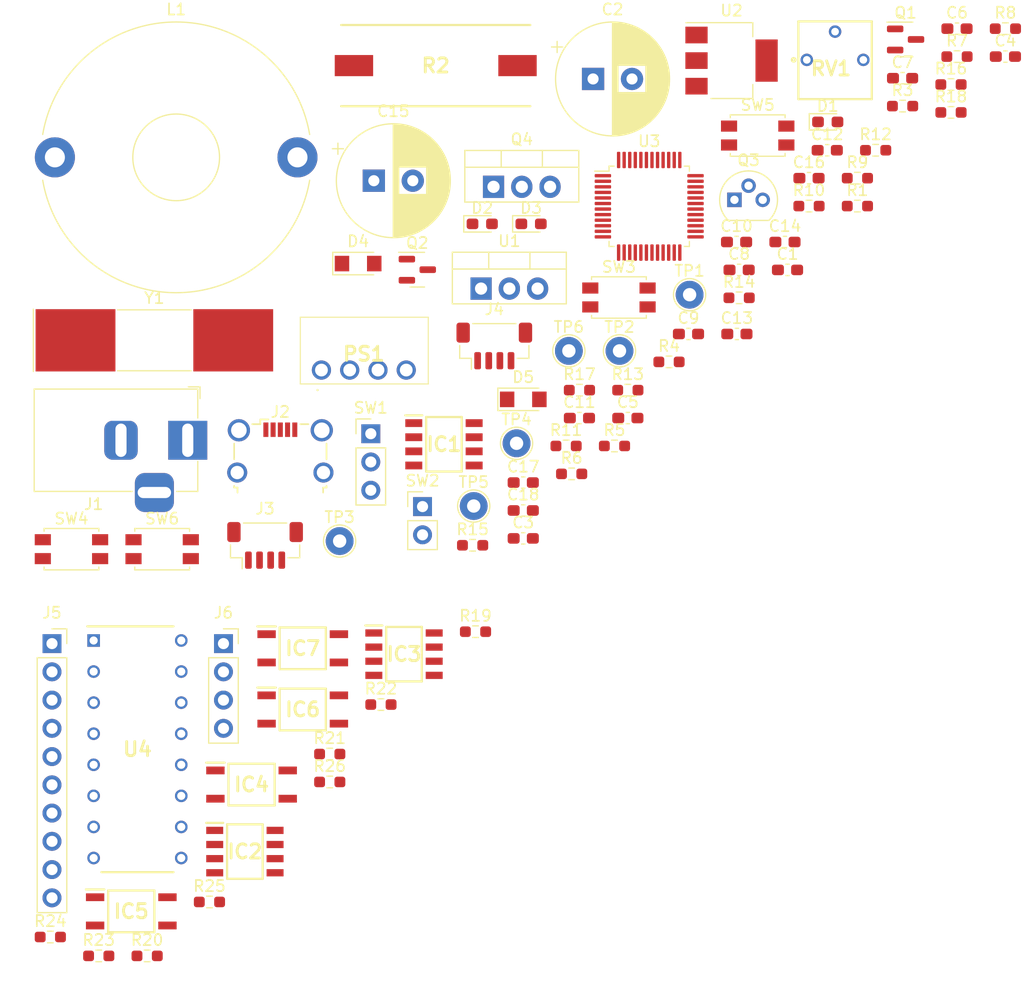
<source format=kicad_pcb>
(kicad_pcb (version 20211014) (generator pcbnew)
  (layers (0 "F.Cu" signal) (31 "B.Cu" signal) (34 "B.Paste" user) (35 "F.Paste" user) (36 "B.SilkS" user "B.Silkscreen") (37 "F.SilkS" user "F.Silkscreen") (38 "B.Mask" user) (39 "F.Mask" user) (44 "Edge.Cuts" user))
  (net 0 "")
  (net 1 "+5VD")
  (net 2 "GND")
  (net 3 "Net-(C2-Pad1)")
  (net 4 "GNDPWR")
  (net 5 "+5VA")
  (net 6 "+3V3")
  (net 7 "Net-(C6-Pad1)")
  (net 8 "Net-(C8-Pad1)")
  (net 9 "Net-(C10-Pad1)")
  (net 10 "Net-(C12-Pad1)")
  (net 11 "NRST")
  (net 12 "VCC")
  (net 13 "USER_SW1")
  (net 14 "USER_SW2")
  (net 15 "USER_SW3")
  (net 16 "Net-(D1-Pad1)")
  (net 17 "Net-(D2-Pad1)")
  (net 18 "Net-(D3-Pad1)")
  (net 19 "Net-(D4-Pad1)")
  (net 20 "Net-(D4-Pad2)")
  (net 21 "Net-(D5-Pad2)")
  (net 22 "Net-(IC1-Pad1)")
  (net 23 "Net-(IC1-Pad5)")
  (net 24 "Net-(IC1-Pad7)")
  (net 25 "Net-(IC1-Pad8)")
  (net 26 "A")
  (net 27 "B")
  (net 28 "Net-(IC2-Pad6)")
  (net 29 "Net-(IC2-Pad7)")
  (net 30 "C")
  (net 31 "D")
  (net 32 "Net-(IC3-Pad6)")
  (net 33 "Net-(IC3-Pad7)")
  (net 34 "Net-(IC4-Pad1)")
  (net 35 "Net-(IC4-Pad3)")
  (net 36 "Tube_1")
  (net 37 "Net-(IC5-Pad1)")
  (net 38 "Net-(IC5-Pad3)")
  (net 39 "Tube_2")
  (net 40 "Net-(IC6-Pad1)")
  (net 41 "Net-(IC6-Pad3)")
  (net 42 "Tube_3")
  (net 43 "Net-(IC7-Pad1)")
  (net 44 "Net-(IC7-Pad3)")
  (net 45 "Tube_4")
  (net 46 "+9V")
  (net 47 "D-")
  (net 48 "D+")
  (net 49 "UART_RX")
  (net 50 "UART_TX")
  (net 51 "SWCLK")
  (net 52 "SWDIO")
  (net 53 "Net-(J5-Pad1)")
  (net 54 "Net-(J5-Pad2)")
  (net 55 "Net-(J5-Pad3)")
  (net 56 "Net-(J5-Pad4)")
  (net 57 "Net-(J5-Pad5)")
  (net 58 "Net-(J5-Pad6)")
  (net 59 "Net-(J5-Pad7)")
  (net 60 "Net-(J5-Pad8)")
  (net 61 "Net-(J5-Pad9)")
  (net 62 "Net-(J5-Pad10)")
  (net 63 "ANODE_1")
  (net 64 "ANODE_2")
  (net 65 "ANODE_3")
  (net 66 "ANODE_4")
  (net 67 "Net-(Q1-Pad1)")
  (net 68 "Net-(Q2-Pad1)")
  (net 69 "LED_1")
  (net 70 "LED_3")
  (net 71 "LED_2")
  (net 72 "Net-(R8-Pad2)")
  (net 73 "Net-(R11-Pad1)")
  (net 74 "Net-(R12-Pad1)")
  (net 75 "Net-(R13-Pad1)")
  (footprint "Resistor_SMD:R_0603_1608Metric_Pad0.98x0.95mm_HandSolder" (layer "F.Cu") (at 114.6 67.98)
    (fp_text reference "R12" (at 0 -1.43) (layer "F.SilkS"))
    (fp_text value "22")
    (pad "1" smd roundrect (at -0.9125 0) (size 0.975 0.95) (layers "F.Cu" "F.Paste" "F.Mask") (net 74 "Net-(R12-Pad1)"))
    (pad "2" smd roundrect (at 0.9125 0) (size 0.975 0.95) (layers "F.Cu" "F.Paste" "F.Mask") (net 47 "D-"))
  )
  (footprint "Connector_JST:JST_SH_BM04B-SRSS-TB_1x04-1MP_P1.00mm_Vertical" (layer "F.Cu") (at 59.73 103.51)
    (fp_text reference "J3" (at 0 -3.3) (layer "F.SilkS"))
    (fp_text value "UART")
    (pad "1" smd roundrect (at -1.5 1.325) (size 0.6 1.55) (layers "F.Cu" "F.Paste" "F.Mask") (net 49 "UART_RX"))
    (pad "2" smd roundrect (at -0.5 1.325) (size 0.6 1.55) (layers "F.Cu" "F.Paste" "F.Mask") (net 50 "UART_TX"))
    (pad "3" smd roundrect (at 0.5 1.325) (size 0.6 1.55) (layers "F.Cu" "F.Paste" "F.Mask") (net 2 "GND"))
    (pad "4" smd roundrect (at 1.5 1.325) (size 0.6 1.55) (layers "F.Cu" "F.Paste" "F.Mask") (net 6 "+3V3"))
    (pad "MP" smd roundrect (at -2.8 -1.2) (size 1.2 1.8) (layers "F.Cu" "F.Paste" "F.Mask") (roundrect_rratio 0.208333))
    (pad "MP" smd roundrect (at 2.8 -1.2) (size 1.2 1.8) (layers "F.Cu" "F.Paste" "F.Mask") (roundrect_rratio 0.208333))
  )
  (footprint "Capacitor_SMD:C_0603_1608Metric_Pad1.08x0.95mm_HandSolder" (layer "F.Cu") (at 102.33 78.74)
    (fp_text reference "C8" (at 0 -1.43) (layer "F.SilkS"))
    (fp_text value "10p")
    (pad "1" smd roundrect (at -0.8625 0) (size 1.075 0.95) (layers "F.Cu" "F.Paste" "F.Mask") (net 8 "Net-(C8-Pad1)"))
    (pad "2" smd roundrect (at 0.8625 0) (size 1.075 0.95) (layers "F.Cu" "F.Paste" "F.Mask") (net 2 "GND"))
  )
  (footprint "Button_Switch_SMD:SW_SPST_EVQP2" (layer "F.Cu") (at 50.48 103.85)
    (fp_text reference "SW6" (at 0 -2.75) (layer "F.SilkS"))
    (fp_text value "USER_SW3")
    (pad "1" smd rect (at -2.575 -0.85) (size 1.45 1) (layers "F.Cu" "F.Paste" "F.Mask") (net 15 "USER_SW3"))
    (pad "1" smd rect (at 2.575 -0.85) (size 1.45 1) (layers "F.Cu" "F.Paste" "F.Mask") (net 15 "USER_SW3"))
    (pad "2" smd rect (at -2.575 0.85) (size 1.45 1) (layers "F.Cu" "F.Paste" "F.Mask") (net 2 "GND"))
    (pad "2" smd rect (at 2.575 0.85) (size 1.45 1) (layers "F.Cu" "F.Paste" "F.Mask") (net 2 "GND"))
  )
  (footprint "Resistor_SMD:R_0603_1608Metric_Pad0.98x0.95mm_HandSolder" (layer "F.Cu") (at 78.64 111.27)
    (fp_text reference "R19" (at 0 -1.43) (layer "F.SilkS"))
    (fp_text value "1k")
    (pad "1" smd roundrect (at -0.9125 0) (size 0.975 0.95) (layers "F.Cu" "F.Paste" "F.Mask") (net 6 "+3V3"))
    (pad "2" smd roundrect (at 0.9125 0) (size 0.975 0.95) (layers "F.Cu" "F.Paste" "F.Mask") (net 35 "Net-(IC4-Pad3)"))
  )
  (footprint "Resistor_SMD:R_0603_1608Metric_Pad0.98x0.95mm_HandSolder" (layer "F.Cu") (at 126.26 57.05)
    (fp_text reference "R8" (at 0 -1.43) (layer "F.SilkS"))
    (fp_text value "10k")
    (pad "1" smd roundrect (at -0.9125 0) (size 0.975 0.95) (layers "F.Cu" "F.Paste" "F.Mask") (net 2 "GND"))
    (pad "2" smd roundrect (at 0.9125 0) (size 0.975 0.95) (layers "F.Cu" "F.Paste" "F.Mask") (net 72 "Net-(R8-Pad2)"))
  )
  (footprint "Resistor_SMD:R_0603_1608Metric_Pad0.98x0.95mm_HandSolder" (layer "F.Cu") (at 92.33 89.55)
    (fp_text reference "R13" (at 0 -1.43) (layer "F.SilkS"))
    (fp_text value "22")
    (pad "1" smd roundrect (at -0.9125 0) (size 0.975 0.95) (layers "F.Cu" "F.Paste" "F.Mask") (net 75 "Net-(R13-Pad1)"))
    (pad "2" smd roundrect (at 0.9125 0) (size 0.975 0.95) (layers "F.Cu" "F.Paste" "F.Mask") (net 48 "D+"))
  )
  (footprint "Resistor_SMD:R_0603_1608Metric_Pad0.98x0.95mm_HandSolder" (layer "F.Cu") (at 86.78 94.57)
    (fp_text reference "R11" (at 0 -1.43) (layer "F.SilkS"))
    (fp_text value "1.5k")
    (pad "1" smd roundrect (at -0.9125 0) (size 0.975 0.95) (layers "F.Cu" "F.Paste" "F.Mask") (net 73 "Net-(R11-Pad1)"))
    (pad "2" smd roundrect (at 0.9125 0) (size 0.975 0.95) (layers "F.Cu" "F.Paste" "F.Mask") (net 48 "D+"))
  )
  (footprint "Capacitor_SMD:C_0603_1608Metric_Pad1.08x0.95mm_HandSolder" (layer "F.Cu") (at 82.93 102.88)
    (fp_text reference "C3" (at 0 -1.43) (layer "F.SilkS"))
    (fp_text value "10u")
    (pad "1" smd roundrect (at -0.8625 0) (size 1.075 0.95) (layers "F.Cu" "F.Paste" "F.Mask") (net 5 "+5VA"))
    (pad "2" smd roundrect (at 0.8625 0) (size 1.075 0.95) (layers "F.Cu" "F.Paste" "F.Mask") (net 4 "GNDPWR"))
  )
  (footprint "Capacitor_SMD:C_0603_1608Metric_Pad1.08x0.95mm_HandSolder" (layer "F.Cu") (at 126.26 59.56)
    (fp_text reference "C4" (at 0 -1.43) (layer "F.SilkS"))
    (fp_text value "22u")
    (pad "1" smd roundrect (at -0.8625 0) (size 1.075 0.95) (layers "F.Cu" "F.Paste" "F.Mask") (net 6 "+3V3"))
    (pad "2" smd roundrect (at 0.8625 0) (size 1.075 0.95) (layers "F.Cu" "F.Paste" "F.Mask") (net 2 "GND"))
  )
  (footprint "Resistor_SMD:R_0603_1608Metric_Pad0.98x0.95mm_HandSolder" (layer "F.Cu") (at 112.96 70.49)
    (fp_text reference "R9" (at 0 -1.43) (layer "F.SilkS"))
    (fp_text value "1k")
    (pad "1" smd roundrect (at -0.9125 0) (size 0.975 0.95) (layers "F.Cu" "F.Paste" "F.Mask") (net 24 "Net-(IC1-Pad7)"))
    (pad "2" smd roundrect (at 0.9125 0) (size 0.975 0.95) (layers "F.Cu" "F.Paste" "F.Mask") (net 22 "Net-(IC1-Pad1)"))
  )
  (footprint "Button_Switch_SMD:SW_SPST_EVQP2" (layer "F.Cu") (at 104 66.66)
    (fp_text reference "SW5" (at 0 -2.75) (layer "F.SilkS"))
    (fp_text value "USER_SW2")
    (pad "1" smd rect (at -2.575 -0.85) (size 1.45 1) (layers "F.Cu" "F.Paste" "F.Mask") (net 14 "USER_SW2"))
    (pad "1" smd rect (at 2.575 -0.85) (size 1.45 1) (layers "F.Cu" "F.Paste" "F.Mask") (net 14 "USER_SW2"))
    (pad "2" smd rect (at 2.575 0.85) (size 1.45 1) (layers "F.Cu" "F.Paste" "F.Mask") (net 2 "GND"))
    (pad "2" smd rect (at -2.575 0.85) (size 1.45 1) (layers "F.Cu" "F.Paste" "F.Mask") (net 2 "GND"))
  )
  (footprint "Package_QFP:LQFP-48_7x7mm_P0.5mm" (layer "F.Cu") (at 94.25 73.02)
    (fp_text reference "U3" (at 0 -5.85) (layer "F.SilkS"))
    (fp_text value "STM32F103CBTx")
    (pad "1" smd roundrect (at -4.1625 -2.75) (size 1.475 0.3) (layers "F.Cu" "F.Paste" "F.Mask") (net 6 "+3V3"))
    (pad "2" smd roundrect (at -4.1625 -2.25) (size 1.475 0.3) (layers "F.Cu" "F.Paste" "F.Mask") (net 13 "USER_SW1"))
    (pad "3" smd roundrect (at -4.1625 -1.75) (size 1.475 0.3) (layers "F.Cu" "F.Paste" "F.Mask") (net 14 "USER_SW2"))
    (pad "4" smd roundrect (at -4.1625 -1.25) (size 1.475 0.3) (layers "F.Cu" "F.Paste" "F.Mask") (net 15 "USER_SW3"))
    (pad "5" smd roundrect (at -4.1625 -0.75) (size 1.475 0.3) (layers "F.Cu" "F.Paste" "F.Mask") (net 8 "Net-(C8-Pad1)"))
    (pad "6" smd roundrect (at -4.1625 -0.25) (size 1.475 0.3) (layers "F.Cu" "F.Paste" "F.Mask") (net 9 "Net-(C10-Pad1)"))
    (pad "7" smd roundrect (at -4.1625 0.25) (size 1.475 0.3) (layers "F.Cu" "F.Paste" "F.Mask") (net 11 "NRST"))
    (pad "8" smd roundrect (at -4.1625 0.75) (size 1.475 0.3) (layers "F.Cu" "F.Paste" "F.Mask") (net 2 "GND"))
    (pad "9" smd roundrect (at -4.1625 1.25) (size 1.475 0.3) (layers "F.Cu" "F.Paste" "F.Mask") (net 6 "+3V3"))
    (pad "10" smd roundrect (at -4.1625 1.75) (size 1.475 0.3) (layers "F.Cu" "F.Paste" "F.Mask"))
    (pad "11" smd roundrect (at -4.1625 2.25) (size 1.475 0.3) (layers "F.Cu" "F.Paste" "F.Mask"))
    (pad "12" smd roundrect (at -4.1625 2.75) (size 1.475 0.3) (layers "F.Cu" "F.Paste" "F.Mask"))
    (pad "13" smd roundrect (at -2.75 4.1625) (size 0.3 1.475) (layers "F.Cu" "F.Paste" "F.Mask"))
    (pad "14" smd roundrect (at -2.25 4.1625) (size 0.3 1.475) (layers "F.Cu" "F.Paste" "F.Mask"))
    (pad "15" smd roundrect (at -1.75 4.1625) (size 0.3 1.475) (layers "F.Cu" "F.Paste" "F.Mask"))
    (pad "16" smd roundrect (at -1.25 4.1625) (size 0.3 1.475) (layers "F.Cu" "F.Paste" "F.Mask"))
    (pad "17" smd roundrect (at -0.75 4.1625) (size 0.3 1.475) (layers "F.Cu" "F.Paste" "F.Mask") (net 50 "UART_TX"))
    (pad "18" smd roundrect (at -0.25 4.1625) (size 0.3 1.475) (layers "F.Cu" "F.Paste" "F.Mask") (net 69 "LED_1"))
    (pad "19" smd roundrect (at 0.25 4.1625) (size 0.3 1.475) (layers "F.Cu" "F.Paste" "F.Mask") (net 71 "LED_2"))
    (pad "20" smd roundrect (at 0.75 4.1625) (size 0.3 1.475) (layers "F.Cu" "F.Paste" "F.Mask") (net 70 "LED_3"))
    (pad "21" smd roundrect (at 1.25 4.1625) (size 0.3 1.475) (layers "F.Cu" "F.Paste" "F.Mask") (net 31 "D"))
    (pad "22" smd roundrect (at 1.75 4.1625) (size 0.3 1.475) (layers "F.Cu" "F.Paste" "F.Mask"))
    (pad "23" smd roundrect (at 2.25 4.1625) (size 0.3 1.475) (layers "F.Cu" "F.Paste" "F.Mask") (net 2 "GND"))
    (pad "24" smd roundrect (at 2.75 4.1625) (size 0.3 1.475) (layers "F.Cu" "F.Paste" "F.Mask") (net 6 "+3V3"))
    (pad "25" smd roundrect (at 4.1625 2.75) (size 1.475 0.3) (layers "F.Cu" "F.Paste" "F.Mask"))
    (pad "26" smd roundrect (at 4.1625 2.25) (size 1.475 0.3) (layers "F.Cu" "F.Paste" "F.Mask"))
    (pad "27" smd roundrect (at 4.1625 1.75) (size 1.475 0.3) (layers "F.Cu" "F.Paste" "F.Mask"))
    (pad "28" smd roundrect (at 4.1625 1.25) (size 1.475 0.3) (layers "F.Cu" "F.Paste" "F.Mask"))
    (pad "29" smd roundrect (at 4.1625 0.75) (size 1.475 0.3) (layers "F.Cu" "F.Paste" "F.Mask") (net 49 "UART_RX"))
    (pad "30" smd roundrect (at 4.1625 0.25) (size 1.475 0.3) (layers "F.Cu" "F.Paste" "F.Mask"))
    (pad "31" smd roundrect (at 4.1625 -0.25) (size 1.475 0.3) (layers "F.Cu" "F.Paste" "F.Mask"))
    (pad "32" smd roundrect (at 4.1625 -0.75) (size 1.475 0.3) (layers "F.Cu" "F.Paste" "F.Mask") (net 74 "Net-(R12-Pad1)"))
    (pad "33" smd roundrect (at 4.1625 -1.25) (size 1.475 0.3) (layers "F.Cu" "F.Paste" "F.Mask") (net 75 "Net-(R13-Pad1)"))
    (pad "34" smd roundrect (at 4.1625 -1.75) (size 1.475 0.3) (layers "F.Cu" "F.Paste" "F.Mask") (net 52 "SWDIO"))
    (pad "35" smd roundrect (at 4.1625 -2.25) (size 1.475 0.3) (layers "F.Cu" "F.Paste" "F.Mask") (net 2 "GND"))
    (pad "36" smd roundrect (at 4.1625 -2.75) (size 1.475 0.3) (layers "F.Cu" "F.Paste" "F.Mask") (net 6 "+3V3"))
    (pad "37" smd roundrect (at 2.75 -4.1625) (size 0.3 1.475) (layers "F.Cu" "F.Paste" "F.Mask") (net 51 "SWCLK"))
    (pad "38" smd roundrect (at 2.25 -4.1625) (size 0.3 1.475) (layers "F.Cu" "F.Paste" "F.Mask") (net 73 "Net-(R11-Pad1)"))
    (pad "39" smd roundrect (at 1.75 -4.1625) (size 0.3 1.475) (layers "F.Cu" "F.Paste" "F.Mask") (net 36 "Tube_1"))
    (pad "40" smd roundrect (at 1.25 -4.1625) (size 0.3 1.475) (layers "F.Cu" "F.Paste" "F.Mask") (net 39 "Tube_2"))
    (pad "41" smd roundrect (at 0.75 -4.1625) (size 0.3 1.475) (layers "F.Cu" "F.Paste" "F.Mask") (net 42 "Tube_3"))
    (pad "42" smd roundrect (at 0.25 -4.1625) (size 0.3 1.475) (layers "F.Cu" "F.Paste" "F.Mask") (net 45 "Tube_4"))
    (pad "43" smd roundrect (at -0.25 -4.1625) (size 0.3 1.475) (layers "F.Cu" "F.Paste" "F.Mask") (net 26 "A"))
    (pad "44" smd roundrect (at -0.75 -4.1625) (size 0.3 1.475) (layers "F.Cu" "F.Paste" "F.Mask") (net 72 "Net-(R8-Pad2)"))
    (pad "45" smd roundrect (at -1.25 -4.1625) (size 0.3 1.475) (layers "F.Cu" "F.Paste" "F.Mask") (net 27 "B"))
    (pad "46" smd roundrect (at -1.75 -4.1625) (size 0.3 1.475) (layers "F.Cu" "F.Paste" "F.Mask") (net 30 "C"))
    (pad "47" smd roundrect (at -2.25 -4.1625) (size 0.3 1.475) (layers "F.Cu" "F.Paste" "F.Mask") (net 2 "GND"))
    (pad "48" smd roundrect (at -2.75 -4.1625) (size 0.3 1.475) (layers "F.Cu" "F.Paste" "F.Mask") (net 6 "+3V3"))
  )
  (footprint "Capacitor_SMD:C_0603_1608Metric_Pad1.08x0.95mm_HandSolder" (layer "F.Cu") (at 87.98 92.06)
    (fp_text reference "C11" (at 0 -1.43) (layer "F.SilkS"))
    (fp_text value "0.1u")
    (pad "1" smd roundrect (at -0.8625 0) (size 1.075 0.95) (layers "F.Cu" "F.Paste" "F.Mask") (net 6 "+3V3"))
    (pad "2" smd roundrect (at 0.8625 0) (size 1.075 0.95) (layers "F.Cu" "F.Paste" "F.Mask") (net 2 "GND"))
  )
  (footprint "Resistor_SMD:R_0603_1608Metric_Pad0.98x0.95mm_HandSolder" (layer "F.Cu") (at 108.61 73)
    (fp_text reference "R10" (at 0 -1.43) (layer "F.SilkS"))
    (fp_text value "1k")
    (pad "1" smd roundrect (at -0.9125 0) (size 0.975 0.95) (layers "F.Cu" "F.Paste" "F.Mask") (net 20 "Net-(D4-Pad2)"))
    (pad "2" smd roundrect (at 0.9125 0) (size 0.975 0.95) (layers "F.Cu" "F.Paste" "F.Mask") (net 4 "GNDPWR"))
  )
  (footprint "ADUM3221ARZ:SOIC127P600X175-8N" (layer "F.Cu") (at 72.215 113.29)
    (fp_text reference "IC3" (at 0 0) (layer "F.SilkS") (effects (font (size 1.27 1.27) (thickness 0.254))))
    (fp_text value "ADUM3221ARZ" hide)
    (pad "1" smd rect locked (at -2.712 -1.905 90) (size 0.65 1.525) (layers "F.Cu" "F.Paste" "F.Mask") (net 6 "+3V3"))
    (pad "2" smd rect locked (at -2.712 -0.635 90) (size 0.65 1.525) (layers "F.Cu" "F.Paste" "F.Mask") (net 30 "C"))
    (pad "3" smd rect locked (at -2.712 0.635 90) (size 0.65 1.525) (layers "F.Cu" "F.Paste" "F.Mask") (net 31 "D"))
    (pad "4" smd rect locked (at -2.712 1.905 90) (size 0.65 1.525) (layers "F.Cu" "F.Paste" "F.Mask") (net 2 "GND"))
    (pad "5" smd rect locked (at 2.712 1.905 90) (size 0.65 1.525) (layers "F.Cu" "F.Paste" "F.Mask") (net 4 "GNDPWR"))
    (pad "6" smd rect locked (at 2.712 0.635 90) (size 0.65 1.525) (layers "F.Cu" "F.Paste" "F.Mask") (net 32 "Net-(IC3-Pad6)"))
    (pad "7" smd rect locked (at 2.712 -0.635 90) (size 0.65 1.525) (layers "F.Cu" "F.Paste" "F.Mask") (net 33 "Net-(IC3-Pad7)"))
    (pad "8" smd rect locked (at 2.712 -1.905 90) (size 0.65 1.525) (layers "F.Cu" "F.Paste" "F.Mask") (net 5 "+5VA"))
  )
  (footprint "Resistor_SMD:R_0603_1608Metric_Pad0.98x0.95mm_HandSolder" (layer "F.Cu") (at 40.43 138.72)
    (fp_text reference "R24" (at 0 -1.43) (layer "F.SilkS"))
    (fp_text value "10k")
    (pad "1" smd roundrect (at -0.9125 0) (size 0.975 0.95) (layers "F.Cu" "F.Paste" "F.Mask") (net 37 "Net-(IC5-Pad1)"))
    (pad "2" smd roundrect (at 0.9125 0) (size 0.975 0.95) (layers "F.Cu" "F.Paste" "F.Mask") (net 64 "ANODE_2"))
  )
  (footprint "Capacitor_SMD:C_0603_1608Metric_Pad1.08x0.95mm_HandSolder" (layer "F.Cu") (at 121.91 57.05)
    (fp_text reference "C6" (at 0 -1.43) (layer "F.SilkS"))
    (fp_text value "10u")
    (pad "1" smd roundrect (at -0.8625 0) (size 1.075 0.95) (layers "F.Cu" "F.Paste" "F.Mask") (net 7 "Net-(C6-Pad1)"))
    (pad "2" smd roundrect (at 0.8625 0) (size 1.075 0.95) (layers "F.Cu" "F.Paste" "F.Mask") (net 4 "GNDPWR"))
  )
  (footprint "Resistor_SMD:R_0603_1608Metric_Pad0.98x0.95mm_HandSolder" (layer "F.Cu") (at 78.38 103.5)
    (fp_text reference "R15" (at 0 -1.43) (layer "F.SilkS"))
    (fp_text value "1M")
    (pad "1" smd roundrect (at -0.9125 0) (size 0.975 0.95) (layers "F.Cu" "F.Paste" "F.Mask") (net 12 "VCC"))
    (pad "2" smd roundrect (at 0.9125 0) (size 0.975 0.95) (layers "F.Cu" "F.Paste" "F.Mask") (net 23 "Net-(IC1-Pad5)"))
  )
  (footprint "Connector_PinSocket_2.54mm:PinSocket_1x10_P2.54mm_Vertical" (layer "F.Cu") (at 40.58 112.34)
    (fp_text reference "J5" (at 0 -2.77) (layer "F.SilkS"))
    (fp_text value "Conn_01x10")
    (pad "1" thru_hole rect (at 0 0) (size 1.7 1.7) (drill 1) (layers *.Cu *.Mask) (net 53 "Net-(J5-Pad1)"))
    (pad "2" thru_hole oval (at 0 2.54) (size 1.7 1.7) (drill 1) (layers *.Cu *.Mask) (net 54 "Net-(J5-Pad2)"))
    (pad "3" thru_hole oval (at 0 5.08) (size 1.7 1.7) (drill 1) (layers *.Cu *.Mask) (net 55 "Net-(J5-Pad3)"))
    (pad "4" thru_hole oval (at 0 7.62) (size 1.7 1.7) (drill 1) (layers *.Cu *.Mask) (net 56 "Net-(J5-Pad4)"))
    (pad "5" thru_hole oval (at 0 10.16) (size 1.7 1.7) (drill 1) (layers *.Cu *.Mask) (net 57 "Net-(J5-Pad5)"))
    (pad "6" thru_hole oval (at 0 12.7) (size 1.7 1.7) (drill 1) (layers *.Cu *.Mask) (net 58 "Net-(J5-Pad6)"))
    (pad "7" thru_hole oval (at 0 15.24) (size 1.7 1.7) (drill 1) (layers *.Cu *.Mask) (net 59 "Net-(J5-Pad7)"))
    (pad "8" thru_hole oval (at 0 17.78) (size 1.7 1.7) (drill 1) (layers *.Cu *.Mask) (net 60 "Net-(J5-Pad8)"))
    (pad "9" thru_hole oval (at 0 20.32) (size 1.7 1.7) (drill 1) (layers *.Cu *.Mask) (net 61 "Net-(J5-Pad9)"))
    (pad "10" thru_hole oval (at 0 22.86) (size 1.7 1.7) (drill 1) (layers *.Cu *.Mask) (net 62 "Net-(J5-Pad10)"))
  )
  (footprint "TLP188:SOP254P700X220-4N" (layer "F.Cu") (at 58.515 125.015)
    (fp_text reference "IC4" (at 0 0) (layer "F.SilkS") (effects (font (size 1.27 1.27) (thickness 0.254))))
    (fp_text value "TLP188_TPL,E" hide)
    (pad "1" smd rect locked (at -3.25 -1.27 90) (size 0.7 1.65) (layers "F.Cu" "F.Paste" "F.Mask") (net 34 "Net-(IC4-Pad1)"))
    (pad "2" smd rect locked (at -3.25 1.27 90) (size 0.7 1.65) (layers "F.Cu" "F.Paste" "F.Mask") (net 12 "VCC"))
    (pad "3" smd rect locked (at 3.25 1.27 90) (size 0.7 1.65) (layers "F.Cu" "F.Paste" "F.Mask") (net 35 "Net-(IC4-Pad3)"))
    (pad "4" smd rect locked (at 3.25 -1.27 90) (size 0.7 1.65) (layers "F.Cu" "F.Paste" "F.Mask") (net 36 "Tube_1"))
  )
  (footprint "Resistor_SMD:R_0603_1608Metric_Pad0.98x0.95mm_HandSolder" (layer "F.Cu") (at 112.96 73)
    (fp_text reference "R1" (at 0 -1.43) (layer "F.SilkS"))
    (fp_text value "10k")
    (pad "1" smd roundrect (at -0.9125 0) (size 0.975 0.95) (layers "F.Cu" "F.Paste" "F.Mask") (net 67 "Net-(Q1-Pad1)"))
    (pad "2" smd roundrect (at 0.9125 0) (size 0.975 0.95) (layers "F.Cu" "F.Paste" "F.Mask") (net 46 "+9V"))
  )
  (footprint "Capacitor_SMD:C_0603_1608Metric_Pad1.08x0.95mm_HandSolder" (layer "F.Cu") (at 106.68 78.74)
    (fp_text reference "C1" (at 0 -1.43) (layer "F.SilkS"))
    (fp_text value "10u")
    (pad "1" smd roundrect (at -0.8625 0) (size 1.075 0.95) (layers "F.Cu" "F.Paste" "F.Mask") (net 1 "+5VD"))
    (pad "2" smd roundrect (at 0.8625 0) (size 1.075 0.95) (layers "F.Cu" "F.Paste" "F.Mask") (net 2 "GND"))
  )
  (footprint "Package_TO_SOT_SMD:SOT-23" (layer "F.Cu") (at 117.29 58.02)
    (fp_text reference "Q1" (at 0 -2.4) (layer "F.SilkS"))
    (fp_text value "IRLML6402")
    (pad "1" smd roundrect (at -0.9375 -0.95) (size 1.475 0.6) (layers "F.Cu" "F.Paste" "F.Mask") (net 67 "Net-(Q1-Pad1)"))
    (pad "2" smd roundrect (at -0.9375 0.95) (size 1.475 0.6) (layers "F.Cu" "F.Paste" "F.Mask") (net 46 "+9V"))
    (pad "3" smd roundrect (at 0.9375 0) (size 1.475 0.6) (layers "F.Cu" "F.Paste" "F.Mask") (net 3 "Net-(C2-Pad1)"))
  )
  (footprint "Capacitor_SMD:C_0603_1608Metric_Pad1.08x0.95mm_HandSolder" (layer "F.Cu") (at 82.93 97.86)
    (fp_text reference "C17" (at 0 -1.43) (layer "F.SilkS"))
    (fp_text value "0.1u")
    (pad "1" smd roundrect (at -0.8625 0) (size 1.075 0.95) (layers "F.Cu" "F.Paste" "F.Mask") (net 14 "USER_SW2"))
    (pad "2" smd roundrect (at 0.8625 0) (size 1.075 0.95) (layers "F.Cu" "F.Paste" "F.Mask") (net 2 "GND"))
  )
  (footprint "Capacitor_SMD:C_0603_1608Metric_Pad1.08x0.95mm_HandSolder" (layer "F.Cu") (at 110.25 67.98)
    (fp_text reference "C12" (at 0 -1.43) (layer "F.SilkS"))
    (fp_text value "330p")
    (pad "1" smd roundrect (at -0.8625 0) (size 1.075 0.95) (layers "F.Cu" "F.Paste" "F.Mask") (net 10 "Net-(C12-Pad1)"))
    (pad "2" smd roundrect (at 0.8625 0) (size 1.075 0.95) (layers "F.Cu" "F.Paste" "F.Mask") (net 4 "GNDPWR"))
  )
  (footprint "LED_SMD:LED_0603_1608Metric_Pad1.05x0.95mm_HandSolder" (layer "F.Cu") (at 79.245 74.6)
    (fp_text reference "D2" (at 0 -1.43) (layer "F.SilkS"))
    (fp_text value "LED")
    (pad "1" smd roundrect (at -0.875 0) (size 1.05 0.95) (layers "F.Cu" "F.Paste" "F.Mask") (net 17 "Net-(D2-Pad1)"))
    (pad "2" smd roundrect (at 0.875 0) (size 1.05 0.95) (layers "F.Cu" "F.Paste" "F.Mask") (net 6 "+3V3"))
  )
  (footprint "Package_TO_SOT_SMD:SOT-23" (layer "F.Cu") (at 73.41 78.72)
    (fp_text reference "Q2" (at 0 -2.4) (layer "F.SilkS"))
    (fp_text value "IRLML6402")
    (pad "1" smd roundrect (at -0.9375 -0.95) (size 1.475 0.6) (layers "F.Cu" "F.Paste" "F.Mask") (net 68 "Net-(Q2-Pad1)"))
    (pad "2" smd roundrect (at -0.9375 0.95) (size 1.475 0.6) (layers "F.Cu" "F.Paste" "F.Mask") (net 7 "Net-(C6-Pad1)"))
    (pad "3" smd roundrect (at 0.9375 0) (size 1.475 0.6) (layers "F.Cu" "F.Paste" "F.Mask") (net 1 "+5VD"))
  )
  (footprint "Package_TO_SOT_THT:TO-220-3_Vertical" (layer "F.Cu") (at 80.26 71.27)
    (fp_text reference "Q4" (at 2.54 -4.27) (layer "F.SilkS"))
    (fp_text value "IRF740")
    (pad "1" thru_hole rect (at 0 0) (size 1.905 2) (drill 1.1) (layers *.Cu *.Mask) (net 19 "Net-(D4-Pad1)"))
    (pad "2" thru_hole oval (at 2.54 0) (size 1.905 2) (drill 1.1) (layers *.Cu *.Mask) (net 21 "Net-(D5-Pad2)"))
    (pad "3" thru_hole oval (at 5.08 0) (size 1.905 2) (drill 1.1) (layers *.Cu *.Mask) (net 4 "GNDPWR"))
  )
  (footprint "Resistor_SMD:R_0603_1608Metric_Pad0.98x0.95mm_HandSolder" (layer "F.Cu") (at 91.13 94.57)
    (fp_text reference "R5" (at 0 -1.43) (layer "F.SilkS"))
    (fp_text value "470")
    (pad "1" smd roundrect (at -0.9125 0) (size 0.975 0.95) (layers "F.Cu" "F.Paste" "F.Mask") (net 17 "Net-(D2-Pad1)"))
    (pad "2" smd roundrect (at 0.9125 0) (size 0.975 0.95) (layers "F.Cu" "F.Paste" "F.Mask") (net 70 "LED_3"))
  )
  (footprint "Capacitor_THT:CP_Radial_D10.0mm_P3.50mm" (layer "F.Cu") (at 89.204646 61.57)
    (fp_text reference "C2" (at 1.75 -6.25) (layer "F.SilkS"))
    (fp_text value "330u")
    (pad "1" thru_hole rect (at 0 0) (size 2 2) (drill 1) (layers *.Cu *.Mask) (net 3 "Net-(C2-Pad1)"))
    (pad "2" thru_hole circle (at 3.5 0) (size 2 2) (drill 1) (layers *.Cu *.Mask) (net 4 "GNDPWR"))
  )
  (footprint "TestPoint:TestPoint_THTPad_D2.5mm_Drill1.2mm" (layer "F.Cu") (at 78.48 99.97)
    (fp_text reference "TP5" (at 0 -2.148) (layer "F.SilkS"))
    (fp_text value "5VD")
    (pad "1" thru_hole circle (at 0 0) (size 2.5 2.5) (drill 1.2) (layers *.Cu *.Mask) (net 7 "Net-(C6-Pad1)"))
  )
  (footprint "TestPoint:TestPoint_THTPad_D2.5mm_Drill1.2mm" (layer "F.Cu") (at 66.43 103.12)
    (fp_text reference "TP3" (at 0 -2.148) (layer "F.SilkS"))
    (fp_text value "5VPWR")
    (pad "1" thru_hole circle (at 0 0) (size 2.5 2.5) (drill 1.2) (layers *.Cu *.Mask) (net 5 "+5VA"))
  )
  (footprint "Capacitor_SMD:C_0603_1608Metric_Pad1.08x0.95mm_HandSolder" (layer "F.Cu") (at 106.45 76.23)
    (fp_text reference "C14" (at 0 -1.43) (layer "F.SilkS"))
    (fp_text value "0.1u")
    (pad "1" smd roundrect (at -0.8625 0) (size 1.075 0.95) (layers "F.Cu" "F.Paste" "F.Mask") (net 11 "NRST"))
    (pad "2" smd roundrect (at 0.8625 0) (size 1.075 0.95) (layers "F.Cu" "F.Paste" "F.Mask") (net 2 "GND"))
  )
  (footprint "TLP188:SOP254P700X220-4N" (layer "F.Cu") (at 63.115 112.765)
    (fp_text reference "IC7" (at 0 0) (layer "F.SilkS") (effects (font (size 1.27 1.27) (thickness 0.254))))
    (fp_text value "TLP188_TPL,E" hide)
    (pad "1" smd rect locked (at -3.25 -1.27 90) (size 0.7 1.65) (layers "F.Cu" "F.Paste" "F.Mask") (net 43 "Net-(IC7-Pad1)"))
    (pad "2" smd rect locked (at -3.25 1.27 90) (size 0.7 1.65) (layers "F.Cu" "F.Paste" "F.Mask") (net 12 "VCC"))
    (pad "3" smd rect locked (at 3.25 1.27 90) (size 0.7 1.65) (layers "F.Cu" "F.Paste" "F.Mask") (net 44 "Net-(IC7-Pad3)"))
    (pad "4" smd rect locked (at 3.25 -1.27 90) (size 0.7 1.65) (layers "F.Cu" "F.Paste" "F.Mask") (net 45 "Tube_4"))
  )
  (footprint "TestPoint:TestPoint_THTPad_D2.5mm_Drill1.2mm" (layer "F.Cu") (at 97.88 80.97)
    (fp_text reference "TP1" (at 0 -2.148) (layer "F.SilkS"))
    (fp_text value "GNDPWR")
    (pad "1" thru_hole circle (at 0 0) (size 2.5 2.5) (drill 1.2) (layers *.Cu *.Mask) (net 4 "GNDPWR"))
  )
  (footprint "Resistor_SMD:R_0603_1608Metric_Pad0.98x0.95mm_HandSolder" (layer "F.Cu") (at 121.37 64.58)
    (fp_text reference "R18" (at 0 -1.43) (layer "F.SilkS"))
    (fp_text value "10k")
    (pad "1" smd roundrect (at -0.9125 0) (size 0.975 0.95) (layers "F.Cu" "F.Paste" "F.Mask") (net 1 "+5VD"))
    (pad "2" smd roundrect (at 0.9125 0) (size 0.975 0.95) (layers "F.Cu" "F.Paste" "F.Mask") (net 15 "USER_SW3"))
  )
  (footprint "TestPoint:TestPoint_THTPad_D2.5mm_Drill1.2mm" (layer "F.Cu") (at 87.03 86.02)
    (fp_text reference "TP6" (at 0 -2.148) (layer "F.SilkS"))
    (fp_text value "VCC")
    (pad "1" thru_hole circle (at 0 0) (size 2.5 2.5) (drill 1.2) (layers *.Cu *.Mask) (net 12 "VCC"))
  )
  (footprint "Capacitor_SMD:C_0603_1608Metric_Pad1.08x0.95mm_HandSolder" (layer "F.Cu") (at 82.93 100.37)
    (fp_text reference "C18" (at 0 -1.43) (layer "F.SilkS"))
    (fp_text value "0.1u")
    (pad "1" smd roundrect (at -0.8625 0) (size 1.075 0.95) (layers "F.Cu" "F.Paste" "F.Mask") (net 15 "USER_SW3"))
    (pad "2" smd roundrect (at 0.8625 0) (size 1.075 0.95) (layers "F.Cu" "F.Paste" "F.Mask") (net 2 "GND"))
  )
  (footprint "TestPoint:TestPoint_THTPad_D2.5mm_Drill1.2mm" (layer "F.Cu") (at 82.33 94.33)
    (fp_text reference "TP4" (at 0 -2.148) (layer "F.SilkS"))
    (fp_text value "GNDD")
    (pad "1" thru_hole circle (at 0 0) (size 2.5 2.5) (drill 1.2) (layers *.Cu *.Mask) (net 2 "GND"))
  )
  (footprint "Package_TO_SOT_THT:TO-92" (layer "F.Cu") (at 101.91 72.44)
    (fp_text reference "Q3" (at 1.27 -3.56) (layer "F.SilkS"))
    (fp_text value "2SA1015")
    (pad "1" thru_hole rect (at 0 0) (size 1.3 1.3) (drill 0.75) (layers *.Cu *.Mask) (net 4 "GNDPWR"))
    (pad "2" thru_hole circle (at 1.27 -1.27) (size 1.3 1.3) (drill 0.75) (layers *.Cu *.Mask) (net 19 "Net-(D4-Pad1)"))
    (pad "3" thru_hole circle (at 2.54 0) (size 1.3 1.3) (drill 0.75) (layers *.Cu *.Mask) (net 20 "Net-(D4-Pad2)"))
  )
  (footprint "Resistor_SMD:R_0603_1608Metric_Pad0.98x0.95mm_HandSolder" (layer "F.Cu") (at 44.78 140.42)
    (fp_text reference "R23" (at 0 -1.43) (layer "F.SilkS"))
    (fp_text value "10k")
    (pad "1" smd roundrect (at -0.9125 0) (size 0.975 0.95) (layers "F.Cu" "F.Paste" "F.Mask") (net 34 "Net-(IC4-Pad1)"))
    (pad "2" smd roundrect (at 0.9125 0) (size 0.975 0.95) (layers "F.Cu" "F.Paste" "F.Mask") (net 63 "ANODE_1"))
  )
  (footprint "Resistor_SMD:R_0603_1608Metric_Pad0.98x0.95mm_HandSolder" (layer "F.Cu") (at 96.03 87.01)
    (fp_text reference "R4" (at 0 -1.43) (layer "F.SilkS"))
    (fp_text value "470")
    (pad "1" smd roundrect (at -0.9125 0) (size 0.975 0.95) (layers "F.Cu" "F.Paste" "F.Mask") (net 16 "Net-(D1-Pad1)"))
    (pad "2" smd roundrect (at 0.9125 0) (size 0.975 0.95) (layers "F.Cu" "F.Paste" "F.Mask") (net 69 "LED_1"))
  )
  (footprint "Connector_PinHeader_2.54mm:PinHeader_1x02_P2.54mm_Vertical" (layer "F.Cu") (at 73.88 100.02)
    (fp_text reference "SW2" (at 0 -2.33) (layer "F.SilkS"))
    (fp_text value "Jumper")
    (pad "1" thru_hole rect (at 0 0) (size 1.7 1.7) (drill 1) (layers *.Cu *.Mask) (net 68 "Net-(Q2-Pad1)"))
    (pad "2" thru_hole oval (at 0 2.54) (size 1.7 1.7) (drill 1) (layers *.Cu *.Mask) (net 2 "GND"))
  )
  (footprint "Connector_PinHeader_2.54mm:PinHeader_1x03_P2.54mm_Vertical" (layer "F.Cu") (at 69.23 93.47)
    (fp_text reference "SW1" (at 0 -2.33) (layer "F.SilkS"))
    (fp_text value "PWR_SW")
    (pad "1" thru_hole rect (at 0 0) (size 1.7 1.7) (drill 1) (layers *.Cu *.Mask) (net 2 "GND"))
    (pad "2" thru_hole oval (at 0 2.54) (size 1.7 1.7) (drill 1) (layers *.Cu *.Mask) (net 67 "Net-(Q1-Pad1)"))
    (pad "3" thru_hole oval (at 0 5.08) (size 1.7 1.7) (drill 1) (layers *.Cu *.Mask))
  )
  (footprint "LED_SMD:LED_0603_1608Metric_Pad1.05x0.95mm_HandSolder" (layer "F.Cu") (at 83.635 74.6)
    (fp_text reference "D3" (at 0 -1.43) (layer "F.SilkS"))
    (fp_text value "LED")
    (pad "1" smd roundrect (at -0.875 0) (size 1.05 0.95) (layers "F.Cu" "F.Paste" "F.Mask") (net 18 "Net-(D3-Pad1)"))
    (pad "2" smd roundrect (at 0.875 0) (size 1.05 0.95) (layers "F.Cu" "F.Paste" "F.Mask") (net 6 "+3V3"))
  )
  (footprint "TestPoint:TestPoint_THTPad_D2.5mm_Drill1.2mm" (layer "F.Cu") (at 91.58 86.02)
    (fp_text reference "TP2" (at 0 -2.148) (layer "F.SilkS"))
    (fp_text value "3V3")
    (pad "1" thru_hole circle (at 0 0) (size 2.5 2.5) (drill 1.2) (layers *.Cu *.Mask) (net 6 "+3V3"))
  )
  (footprint "Resistor_SMD:R_0603_1608Metric_Pad0.98x0.95mm_HandSolder" (layer "F.Cu") (at 65.54 124.78)
    (fp_text reference "R26" (at 0 -1.43) (layer "F.SilkS"))
    (fp_text value "10k")
    (pad "1" smd roundrect (at -0.9125 0) (size 0.975 0.95) (layers "F.Cu" "F.Paste" "F.Mask") (net 43 "Net-(IC7-Pad1)"))
    (pad "2" smd roundrect (at 0.9125 0) (size 0.975 0.95) (layers "F.Cu" "F.Paste" "F.Mask") (net 66 "ANODE_4"))
  )
  (footprint "TLP188:SOP254P700X220-4N" (layer "F.Cu") (at 47.705 136.415)
    (fp_text reference "IC5" (at 0 0) (layer "F.SilkS") (effects (font (size 1.27 1.27) (thickness 0.254))))
    (fp_text value "TLP188_TPL,E" hide)
    (pad "1" smd rect locked (at -3.25 -1.27 90) (size 0.7 1.65) (layers "F.Cu" "F.Paste" "F.Mask") (net 37 "Net-(IC5-Pad1)"))
    (pad "2" smd rect locked (at -3.25 1.27 90) (size 0.7 1.65) (layers "F.Cu" "F.Paste" "F.Mask") (net 12 "VCC"))
    (pad "3" smd rect locked (at 3.25 1.27 90) (size 0.7 1.65) (layers "F.Cu" "F.Paste" "F.Mask") (net 38 "Net-(IC5-Pad3)"))
    (pad "4" smd rect locked (at 3.25 -1.27 90) (size 0.7 1.65) (layers "F.Cu" "F.Paste" "F.Mask") (net 39 "Tube_2"))
  )
  (footprint "Connector_PinSocket_2.54mm:PinSocket_1x04_P2.54mm_Vertical" (layer "F.Cu") (at 55.99 112.34)
    (fp_text reference "J6" (at 0 -2.77) (layer "F.SilkS"))
    (fp_text value "Conn_01x04")
    (pad "1" thru_hole rect (at 0 0) (size 1.7 1.7) (drill 1) (layers *.Cu *.Mask) (net 63 "ANODE_1"))
    (pad "2" thru_hole oval (at 0 2.54) (size 1.7 1.7) (drill 1) (layers *.Cu *.Mask) (net 64 "ANODE_2"))
    (pad "3" thru_hole oval (at 0 5.08) (size 1.7 1.7) (drill 1) (layers *.Cu *.Mask) (net 65 "ANODE_3"))
    (pad "4" thru_hole oval (at 0 7.62) (size 1.7 1.7) (drill 1) (layers *.Cu *.Mask) (net 66 "ANODE_4"))
  )
  (footprint "Resistor_SMD:R_0603_1608Metric_Pad0.98x0.95mm_HandSolder" (layer "F.Cu") (at 121.37 62.07)
    (fp_text reference "R16" (at 0 -1.43) (layer "F.SilkS"))
    (fp_text value "10k")
    (pad "1" smd roundrect (at -0.9125 0) (size 0.975 0.95) (layers "F.Cu" "F.Paste" "F.Mask") (net 1 "+5VD"))
    (pad "2" smd roundrect (at 0.9125 0) (size 0.975 0.95) (layers "F.Cu" "F.Paste" "F.Mask") (net 13 "USER_SW1"))
  )
  (footprint "Capacitor_SMD:C_0603_1608Metric_Pad1.08x0.95mm_HandSolder" (layer "F.Cu") (at 102.1 76.23)
    (fp_text reference "C10" (at 0 -1.43) (layer "F.SilkS"))
    (fp_text value "10p")
    (pad "1" smd roundrect (at -0.8625 0) (size 1.075 0.95) (layers "F.Cu" "F.Paste" "F.Mask") (net 9 "Net-(C10-Pad1)"))
    (pad "2" smd roundrect (at 0.8625 0) (size 1.075 0.95) (layers "F.Cu" "F.Paste" "F.Mask") (net 2 "GND"))
  )
  (footprint "SMW5R22JT:RESM17073X710N" (layer "F.Cu") (at 75.065 60.37)
    (fp_text reference "R2" (at 0 0) (layer "F.SilkS") (effects (font (size 1.27 1.27) (thickness 0.254))))
    (fp_text value "0.22 5W" hide)
    (pad "1" smd rect locked (at -7.35 0 90) (size 1.9 3.45) (layers "F.Cu" "F.Paste" "F.Mask") (net 3 "Net-(C2-Pad1)"))
    (pad "2" smd rect locked (at 7.35 0 90) (size 1.9 3.45) (layers "F.Cu" "F.Paste" "F.Mask") (net 24 "Net-(IC1-Pad7)"))
  )
  (footprint "Resistor_SMD:R_0603_1608Metric_Pad0.98x0.95mm_HandSolder" (layer "F.Cu") (at 54.73 135.57)
    (fp_text reference "R25" (at 0 -1.43) (layer "F.SilkS"))
    (fp_text value "10k")
    (pad "1" smd roundrect (at -0.9125 0) (size 0.975 0.95) (layers "F.Cu" "F.Paste" "F.Mask") (net 40 "Net-(IC6-Pad1)"))
    (pad "2" smd roundrect (at 0.9125 0) (size 0.975 0.95) (layers "F.Cu" "F.Paste" "F.Mask") (net 65 "ANODE_3"))
  )
  (footprint "Package_TO_SOT_THT:TO-220-3_Vertical" (layer "F.Cu") (at 79.14 80.42)
    (fp_text reference "U1" (at 2.54 -4.27) (layer "F.SilkS"))
    (fp_text value "L7805")
    (pad "1" thru_hole rect (at 0 0) (size 1.905 2) (drill 1.1) (layers *.Cu *.Mask) (net 46 "+9V"))
    (pad "2" thru_hole oval (at 2.54 0) (size 1.905 2) (drill 1.1) (layers *.Cu *.Mask) (net 4 "GNDPWR"))
    (pad "3" thru_hole oval (at 5.08 0) (size 1.905 2) (drill 1.1) (layers *.Cu *.Mask) (net 5 "+5VA"))
  )
  (footprint "Capacitor_SMD:C_0603_1608Metric_Pad1.08x0.95mm_HandSolder" (layer "F.Cu") (at 97.78 84.5)
    (fp_text reference "C9" (at 0 -1.43) (layer "F.SilkS"))
    (fp_text value "0.1u")
    (pad "1" smd roundrect (at -0.8625 0) (size 1.075 0.95) (layers "F.Cu" "F.Paste" "F.Mask") (net 6 "+3V3"))
    (pad "2" smd roundrect (at 0.8625 0) (size 1.075 0.95) (layers "F.Cu" "F.Paste" "F.Mask") (net 2 "GND"))
  )
  (footprint "Capacitor_SMD:C_0603_1608Metric_Pad1.08x0.95mm_HandSolder" (layer "F.Cu") (at 108.61 70.49)
    (fp_text reference "C16" (at 0 -1.43) (layer "F.SilkS"))
    (fp_text value "0.1u")
    (pad "1" smd roundrect (at -0.8625 0) (size 1.075 0.95) (layers "F.Cu" "F.Paste" "F.Mask") (net 13 "USER_SW1"))
    (pad "2" smd roundrect (at 0.8625 0) (size 1.075 0.95) (layers "F.Cu" "F.Paste" "F.Mask") (net 2 "GND"))
  )
  (footprint "Capacitor_SMD:C_0603_1608Metric_Pad1.08x0.95mm_HandSolder" (layer "F.Cu") (at 102.13 84.5)
    (fp_text reference "C13" (at 0 -1.43) (layer "F.SilkS"))
    (fp_text value "1n")
    (pad "1" smd roundrect (at -0.8625 0) (size 1.075 0.95) (layers "F.Cu" "F.Paste" "F.Mask") (net 10 "Net-(C12-Pad1)"))
    (pad "2" smd roundrect (at 0.8625 0) (size 1.075 0.95) (layers "F.Cu" "F.Paste" "F.Mask") (net 4 "GNDPWR"))
  )
  (footprint "Connector_USB:USB_Micro-B_Wuerth_629105150521_CircularHoles" (layer "F.Cu") (at 61.1 95.01)
    (fp_text reference "J2" (at 0 -3.5) (layer "F.SilkS"))
    (fp_text value "USB_B_Micro")
    (pad "" np_thru_hole circle (at 2.5 -0.8) (size 0.8 0.8) (drill 0.8) (layers *.Cu *.Mask))
    (pad "" np_thru_hole circle (at -2.5 -0.8) (size 0.8 0.8) (drill 0.8) (layers *.Cu *.Mask))
    (pad "1" smd rect (at -1.3 -1.9) (size 0.45 1.3) (layers "F.Cu" "F.Paste" "F.Mask") (net 1 "+5VD"))
    (pad "2" smd rect (at -0.65 -1.9) (size 0.45 1.3) (layers "F.Cu" "F.Paste" "F.Mask") (net 47 "D-"))
    (pad "3" smd rect (at 0 -1.9) (size 0.45 1.3) (layers "F.Cu" "F.Paste" "F.Mask") (net 48 "D+"))
    (pad "4" smd rect (at 0.65 -1.9) (size 0.45 1.3) (layers "F.Cu" "F.Paste" "F.Mask") (net 2 "GND"))
    (pad "5" smd rect (at 1.3 -1.9) (size 0.45 1.3) (layers "F.Cu" "F.Paste" "F.Mask") (net 2 "GND"))
    (pad "6" thru_hole circle (at -3.875 1.95) (size 1.8 1.8) (drill 1.2) (layers *.Cu *.Mask) (net 2 "GND"))
    (pad "6" thru_hole circle (at 3.725 -1.85) (size 2 2) (drill 1.4) (layers *.Cu *.Mask) (net 2 "GND"))
    (pad "6" thru_hole circle (at -3.725 -1.85) (size 2 2) (drill 1.4) (layers *.Cu *.Mask) (net 2 "GND"))
    (pad "6" thru_hole circle (at 3.875 1.95) (size 1.8 1.8) (drill 1.2) (layers *.Cu *.Mask) (net 2 "GND"))
  )
  (footprint "LED_SMD:LED_0603_1608Metric_Pad1.05x0.95mm_HandSolder" (layer "F.Cu") (at 110.295 65.43)
    (fp_text reference "D1" (at 0 -1.43) (layer "F.SilkS"))
    (fp_text value "LED")
    (pad "1" smd roundrect (at -0.875 0) (size 1.05 0.95) (layers "F.Cu" "F.Paste" "F.Mask") (net 16 "Net-(D1-Pad1)"))
    (pad "2" smd roundrect (at 0.875 0) (size 1.05 0.95) (layers "F.Cu" "F.Paste" "F.Mask") (net 6 "+3V3"))
  )
  (footprint "3362P:3362P_1" (layer "F.Cu") (at 110.954 63.385)
    (fp_text reference "RV1" (at -0.36821 -2.74963) (layer "F.SilkS") (effects (font (size 1.27 1.27) (thickness 0.254))))
    (fp_text value "10k" hide)
    (pad "1" thru_hole circle locked (at -2.54 -3.53) (size 1.12 1.12) (drill 0.69) (layers *.Cu *.Mask))
    (pad "2" thru_hole circle locked (at 0 -6.07) (size 1.12 1.12) (drill 0.69) (layers *.Cu *.Mask) (net 23 "Net-(IC1-Pad5)"))
    (pad "3" thru_hole circle locked (at 2.54 -3.53) (size 1.12 1.12) (drill 0.69) (layers *.Cu *.Mask) (net 4 "GNDPWR"))
  )
  (footprint "Button_Switch_SMD:SW_SPST_EVQP2" (layer "F.Cu") (at 91.53 81.22)
    (fp_text reference "SW3" (at 0 -2.75) (layer "F.SilkS"))
    (fp_text value "RESET")
    (pad "1" smd rect (at 2.575 -0.85) (size 1.45 1) (layers "F.Cu" "F.Paste" "F.Mask") (net 11 "NRST"))
    (pad "1" smd rect (at -2.575 -0.85) (size 1.45 1) (layers "F.Cu" "F.Paste" "F.Mask") (net 11 "NRST"))
    (pad "2" smd rect (at -2.575 0.85) (size 1.45 1) (layers "F.Cu" "F.Paste" "F.Mask") (net 2 "GND"))
    (pad "2" smd rect (at 2.575 0.85) (size 1.45 1) (layers "F.Cu" "F.Paste" "F.Mask") (net 2 "GND"))
  )
  (footprint "Connector_JST:JST_SH_BM04B-SRSS-TB_1x04-1MP_P1.00mm_Vertical" (layer "F.Cu") (at 80.33 85.58)
    (fp_text reference "J4" (at 0 -3.3) (layer "F.SilkS"))
    (fp_text value "STLINK")
    (pad "1" smd roundrect (at -1.5 1.325) (size 0.6 1.55) (layers "F.Cu" "F.Paste" "F.Mask") (net 51 "SWCLK"))
    (pad "2" smd roundrect (at -0.5 1.325) (size 0.6 1.55) (layers "F.Cu" "F.Paste" "F.Mask") (net 52 "SWDIO"))
    (pad "3" smd roundrect (at 0.5 1.325) (size 0.6 1.55) (layers "F.Cu" "F.Paste" "F.Mask") (net 2 "GND"))
    (pad "4" smd roundrect (at 1.5 1.325) (size 0.6 1.55) (layers "F.Cu" "F.Paste" "F.Mask") (net 11 "NRST"))
    (pad "MP" smd roundrect (at 2.8 -1.2) (size 1.2 1.8) (layers "F.Cu" "F.Paste" "F.Mask") (roundrect_rratio 0.208333))
    (pad "MP" smd roundrect (at -2.8 -1.2) (size 1.2 1.8) (layers "F.Cu" "F.Paste" "F.Mask") (roundrect_rratio 0.208333))
  )
  (footprint "Resistor_SMD:R_0603_1608Metric_Pad0.98x0.95mm_HandSolder" (layer "F.Cu") (at 49.13 140.42)
    (fp_text reference "R20" (at 0 -1.43) (layer "F.SilkS"))
    (fp_text value "1k")
    (pad "1" smd roundrect (at -0.9125 0) (size 0.975 0.95) (layers "F.Cu" "F.Paste" "F.Mask") (net 6 "+3V3"))
    (pad "2" smd roundrect (at 0.9125 0) (size 0.975 0.95) (layers "F.Cu" "F.Paste" "F.Mask") (net 38 "Net-(IC5-Pad3)"))
  )
  (footprint "Resistor_SMD:R_0603_1608Metric_Pad0.98x0.95mm_HandSolder" (layer "F.Cu") (at 102.33 81.25)
    (fp_text reference "R14" (at 0 -1.43) (layer "F.SilkS"))
    (fp_text value "10k")
    (pad "1" smd roundrect (at -0.9125 0) (size 0.975 0.95) (layers "F.Cu" "F.Paste" "F.Mask") (net 1 "+5VD"))
    (pad "2" smd roundrect (at 0.9125 0) (size 0.975 0.95) (layers "F.Cu" "F.Paste" "F.Mask") (net 11 "NRST"))
  )
  (footprint "Resistor_SMD:R_0603_1608Metric_Pad0.98x0.95mm_HandSolder" (layer "F.Cu") (at 121.91 59.56)
    (fp_text reference "R7" (at 0 -1.43) (layer "F.SilkS"))
    (fp_text value "470")
    (pad "1" smd roundrect (at -0.9125 0) (size 0.975 0.95) (layers "F.Cu" "F.Paste" "F.Mask") (net 18 "Net-(D3-Pad1)"))
    (pad "2" smd roundrect (at 0.9125 0) (size 0.975 0.95) (layers "F.Cu" "F.Paste" "F.Mask") (net 71 "LED_2"))
  )
  (footprint "Resistor_SMD:R_0603_1608Metric_Pad0.98x0.95mm_HandSolder" (layer "F.Cu") (at 87.98 89.55)
    (fp_text reference "R17" (at 0 -1.43) (layer "F.SilkS"))
    (fp_text value "10k")
    (pad "1" smd roundrect (at -0.9125 0) (size 0.975 0.95) (layers "F.Cu" "F.Paste" "F.Mask") (net 1 "+5VD"))
    (pad "2" smd roundrect (at 0.9125 0) (size 0.975 0.95) (layers "F.Cu" "F.Paste" "F.Mask") (net 14 "USER_SW2"))
  )
  (footprint "Diode_SMD:D_SMF" (layer "F.Cu") (at 82.93 90.38)
    (fp_text reference "D5" (at 0 -2) (layer "F.SilkS"))
    (fp_text value "FR107")
    (pad "1" smd rect (at -1.45 0) (size 1.3 1.4) (layers "F.Cu" "F.Paste" "F.Mask") (net 12 "VCC"))
    (pad "2" smd rect (at 1.45 0) (size 1.3 1.4) (layers "F.Cu" "F.Paste" "F.Mask") (net 21 "Net-(D5-Pad2)"))
  )
  (footprint "MC34063AD:SOIC127P600X175-8N" (layer "F.Cu") (at 75.805 94.42)
    (fp_text reference "IC1" (at 0 0) (layer "F.SilkS") (effects (font (size 1.27 1.27) (thickness 0.254))))
    (fp_text value "MC34063AD" hide)
    (pad "1" smd rect locked (at -2.712 -1.905 90) (size 0.7 1.525) (layers "F.Cu" "F.Paste" "F.Mask") (net 22 "Net-(IC1-Pad1)"))
    (pad "2" smd rect locked (at -2.712 -0.635 90) (size 0.7 1.525) (layers "F.Cu" "F.Paste" "F.Mask") (net 20 "Net-(D4-Pad2)"))
    (pad "3" smd rect locked (at -2.712 0.635 90) (size 0.7 1.525) (layers "F.Cu" "F.Paste" "F.Mask") (net 10 "Net-(C12-Pad1)"))
    (pad "4" smd rect locked (at -2.712 1.905 90) (size 0.7 1.525) (layers "F.Cu" "F.Paste" "F.Mask") (net 4 "GNDPWR"))
    (pad "5" smd rect locked (at 2.712 1.905 90) (size 0.7 1.525) (layers "F.Cu" "F.Paste" "F.Mask") (net 23 "Net-(IC1-Pad5)"))
    (pad "6" smd rect locked (at 2.712 0.635 90) (size 0.7 1.525) (layers "F.Cu" "F.Paste" "F.Mask") (net 3 "Net-(C2-Pad1)"))
    (pad "7" smd rect locked (at 2.712 -0.635 90) (size 0.7 1.525) (layers "F.Cu" "F.Paste" "F.Mask") (net 24 "Net-(IC1-Pad7)"))
    (pad "8" smd rect locked (at 2.712 -1.905 90) (size 0.7 1.525) (layers "F.Cu" "F.Paste" "F.Mask") (net 25 "Net-(IC1-Pad8)"))
  )
  (footprint "Package_TO_SOT_SMD:SOT-223-3_TabPin2" (layer "F.Cu") (at 101.65 59.92)
    (fp_text reference "U2" (at 0 -4.5) (layer "F.SilkS"))
    (fp_text value "AZ1117-3.3")
    (pad "1" smd rect (at -3.15 -2.3) (size 2 1.5) (layers "F.Cu" "F.Paste" "F.Mask") (net 2 "GND"))
    (pad "2" smd rect (at 3.15 0) (size 2 3.8) (layers "F.Cu" "F.Paste" "F.Mask") (net 6 "+3V3"))
    (pad "2" smd rect (at -3.15 0) (size 2 1.5) (layers "F.Cu" "F.Paste" "F.Mask") (net 6 "+3V3"))
    (pad "3" smd rect (at -3.15 2.3) (size 2 1.5) (layers "F.Cu" "F.Paste" "F.Mask") (net 1 "+5VD"))
  )
  (footprint "Button_Switch_SMD:SW_SPST_EVQP2" (layer "F.Cu") (at 42.33 103.85)
    (fp_text reference "SW4" (at 0 -2.75) (layer "F.SilkS"))
    (fp_text value "USER_SW1")
    (pad "1" smd rect (at -2.575 -0.85) (size 1.45 1) (layers "F.Cu" "F.Paste" "F.Mask") (net 13 "USER_SW1"))
    (pad "1" smd rect (at 2.575 -0.85) (size 1.45 1) (layers "F.Cu" "F.Paste" "F.Mask") (net 13 "USER_SW1"))
    (pad "2" smd rect (at -2.575 0.85) (size 1.45 1) (layers "F.Cu" "F.Paste" "F.Mask") (net 2 "GND"))
    (pad "2" smd rect (at 2.575 0.85) (size 1.45 1) (layers "F.Cu" "F.Paste" "F.Mask") (net 2 "GND"))
  )
  (footprint "Diode_SMD:D_SMF" (layer "F.Cu") (at 68.09 78.17)
    (fp_text reference "D4" (at 0 -2) (layer "F.SilkS"))
    (fp_text value "FR107")
    (pad "1" smd rect (at -1.45 0) (size 1.3 1.4) (layers "F.Cu" "F.Paste" "F.Mask") (net 19 "Net-(D4-Pad1)"))
    (pad "2" smd rect (at 1.45 0) (size 1.3 1.4) (layers "F.Cu" "F.Paste" "F.Mask") (net 20 "Net-(D4-Pad2)"))
  )
  (footprint "TLP188:SOP254P700X220-4N" (layer "F.Cu") (at 63.115 118.265)
    (fp_text reference "IC6" (at 0 0) (layer "F.SilkS") (effects (font (size 1.27 1.27) (thickness 0.254))))
    (fp_text value "TLP188_TPL,E" hide)
    (pad "1" smd rect locked (at -3.25 -1.27 90) (size 0.7 1.65) (layers "F.Cu" "F.Paste" "F.Mask") (net 40 "Net-(IC6-Pad1)"))
    (pad "2" smd rect locked (at -3.25 1.27 90) (size 0.7 1.65) (layers "F.Cu" "F.Paste" "F.Mask") (net 12 "VCC"))
    (pad "3" smd rect locked (at 3.25 1.27 90) (size 0.7 1.65) (layers "F.Cu" "F.Paste" "F.Mask") (net 41 "Net-(IC6-Pad3)"))
    (pad "4" smd rect locked (at 3.25 -1.27 90) (size 0.7 1.65) (layers "F.Cu" "F.Paste" "F.Mask") (net 42 "Tube_3"))
  )
  (footprint "Resistor_SMD:R_0603_1608Metric_Pad0.98x0.95mm_HandSolder" (layer "F.Cu") (at 70.14 117.82)
    (fp_text reference "R22" (at 0 -1.43) (layer "F.SilkS"))
    (fp_text value "1k")
    (pad "1" smd roundrect (at -0.9125 0) (size 0.975 0.95) (layers "F.Cu" "F.Paste" "F.Mask") (net 6 "+3V3"))
    (pad "2" smd roundrect (at 0.9125 0) (size 0.975 0.95) (layers "F.Cu" "F.Paste" "F.Mask") (net 44 "Net-(IC7-Pad3)"))
  )
  (footprint "Resistor_SMD:R_0603_1608Metric_Pad0.98x0.95mm_HandSolder" (layer "F.Cu") (at 65.54 122.27)
    (fp_text reference "R21" (at 0 -1.43) (layer "F.SilkS"))
    (fp_text value "1k")
    (pad "1" smd roundrect (at -0.9125 0) (size 0.975 0.95) (layers "F.Cu" "F.Paste" "F.Mask") (net 6 "+3V3"))
    (pad "2" smd roundrect (at 0.9125 0) (size 0.975 0.95) (layers "F.Cu" "F.Paste" "F.Mask") (net 41 "Net-(IC6-Pad3)"))
  )
  (footprint "ADUM3221ARZ:SOIC127P600X175-8N" (layer "F.Cu") (at 57.915 131.04)
    (fp_text reference "IC2" (at 0 0) (layer "F.SilkS") (effects (font (size 1.27 1.27) (thickness 0.254))))
    (fp_text value "ADUM3221ARZ" hide)
    (pad "1" smd rect locked (at -2.712 -1.905 90) (size 0.65 1.525) (layers "F.Cu" "F.Paste" "F.Mask") (net 6 "+3V3"))
    (pad "2" smd rect locked (at -2.712 -0.635 90) (size 0.65 1.525) (layers "F.Cu" "F.Paste" "F.Mask") (net 26 "A"))
    (pad "3" smd rect locked (at -2.712 0.635 90) (size 0.65 1.525) (layers "F.Cu" "F.Paste" "F.Mask") (net 27 "B"))
    (pad "4" smd rect locked (at -2.712 1.905 90) (size 0.65 1.525) (layers "F.Cu" "F.Paste" "F.Mask") (net 2 "GND"))
    (pad "5" smd rect locked (at 2.712 1.905 90) (size 0.65 1.525) (layers "F.Cu" "F.Paste" "F.Mask") (net 4 "GNDPWR"))
    (pad "6" smd rect locked (at 2.712 0.635 90) (size 0.65 1.525) (layers "F.Cu" "F.Paste" "F.Mask") (net 28 "Net-(IC2-Pad6)"))
    (pad "7" smd rect locked (at 2.712 -0.635 90) (size 0.65 1.525) (layers "F.Cu" "F.Paste" "F.Mask") (net 29 "Net-(IC2-Pad7)"))
    (pad "8" smd rect locked (at 2.712 -1.905 90) (size 0.65 1.525) (layers "F.Cu" "F.Paste" "F.Mask") (net 5 "+5VA"))
  )
  (footprint "RFM-0505S:RFM0505S" (layer "F.Cu") (at 64.795 87.745)
    (fp_text reference "PS1" (at 3.81 -1.45) (layer "F.SilkS") (effects (font (size 1.27 1.27) (thickness 0.254))))
    (fp_text value "RFM-0505S" hide)
    (pad "1" thru_hole circle locked (at 0 0) (size 1.725 1.725) (drill 1.15) (layers *.Cu *.Mask) (net 4 "GNDPWR"))
    (pad "2" thru_hole circle locked (at 2.54 0) (size 1.725 1.725) (drill 1.15) (layers *.Cu *.Mask) (net 5 "+5VA"))
    (pad "3" thru_hole circle locked (at 5.08 0) (size 1.725 1.725) (drill 1.15) (layers *.Cu *.Mask) (net 2 "GND"))
    (pad "4" thru_hole circle locked (at 7.62 0) (size 1.725 1.725) (drill 1.15) (layers *.Cu *.Mask) (net 7 "Net-(C6-Pad1)"))
  )
  (footprint "Capacitor_SMD:C_0603_1608Metric_Pad1.08x0.95mm_HandSolder" (layer "F.Cu") (at 117.02 61.5)
    (fp_text reference "C7" (at 0 -1.43) (layer "F.SilkS"))
    (fp_text value "0.1u")
    (pad "1" smd roundrect (at -0.8625 0) (size 1.075 0.95) (layers "F.Cu" "F.Paste" "F.Mask") (net 7 "Net-(C6-Pad1)"))
    (pad "2" smd roundrect (at 0.8625 0) (size 1.075 0.95) (layers "F.Cu" "F.Paste" "F.Mask") (net 4 "GNDPWR"))
  )
  (footprint "Resistor_SMD:R_0603_1608Metric_Pad0.98x0.95mm_HandSolder" (layer "F.Cu") (at 117.02 64.01)
    (fp_text reference "R3" (at 0 -1.43) (layer "F.SilkS"))
    (fp_text value "680")
    (pad "1" smd roundrect (at -0.9125 0) (size 0.975 0.95) (layers "F.Cu" "F.Paste" "F.Mask") (net 24 "Net-(IC1-Pad7)"))
    (pad "2" smd roundrect (at 0.9125 0) (size 0.975 0.95) (layers "F.Cu" "F.Paste" "F.Mask") (net 25 "Net-(IC1-Pad8)"))
  )
  (footprint "Inductor_THT:L_Toroid_Horizontal_D24.1mm_P21.80mm_Bourns_2200" (layer "F.Cu") (at 40.84 68.62)
    (fp_text reference "L1" (at 10.9 -13.3) (layer "F.SilkS"))
    (fp_text value "220u")
    (pad "1" thru_hole circle (at 0 0) (size 3.6 3.6) (drill 1.8) (layers *.Cu *.Mask) (net 24 "Net-(IC1-Pad7)"))
    (pad "2" thru_hole circle (at 21.8 0) (size 3.6 3.6) (drill 1.8) (layers *.Cu *.Mask) (net 21 "Net-(D5-Pad2)"))
  )
  (footprint "Capacitor_SMD:C_0603_1608Metric_Pad1.08x0.95mm_HandSolder" (layer "F.Cu") (at 92.33 92.06)
    (fp_text reference "C5" (at 0 -1.43) (layer "F.SilkS"))
    (fp_text value "0.1u")
    (pad "1" smd roundrect (at -0.8625 0) (size 1.075 0.95) (layers "F.Cu" "F.Paste" "F.Mask") (net 5 "+5VA"))
    (pad "2" smd roundrect (at 0.8625 0) (size 1.075 0.95) (layers "F.Cu" "F.Paste" "F.Mask") (net 4 "GNDPWR"))
  )
  (footprint "Resistor_SMD:R_0603_1608Metric_Pad0.98x0.95mm_HandSolder" (layer "F.Cu") (at 87.28 97.08)
    (fp_text reference "R6" (at 0 -1.43) (layer "F.SilkS"))
    (fp_text value "10k")
    (pad "1" smd roundrect (at -0.9125 0) (size 0.975 0.95) (layers "F.Cu" "F.Paste" "F.Mask") (net 7 "Net-(C6-Pad1)"))
    (pad "2" smd roundrect (at 0.9125 0) (size 0.975 0.95) (layers "F.Cu" "F.Paste" "F.Mask") (net 68 "Net-(Q2-Pad1)"))
  )
  (footprint "Crystal:Crystal_SMD_SeikoEpson_MA505-2Pin_12.7x5.1mm_HandSoldering" (layer "F.Cu") (at 49.78 85.07)
    (fp_text reference "Y1" (at 0 -3.8) (layer "F.SilkS"))
    (fp_text value "Crystal")
    (pad "1" smd rect (at -7.0875 0) (size 7.175 5.6) (layers "F.Cu" "F.Paste" "F.Mask") (net 8 "Net-(C8-Pad1)"))
    (pad "2" smd rect (at 7.0875 0) (size 7.175 5.6) (layers "F.Cu" "F.Paste" "F.Mask") (net 9 "Net-(C10-Pad1)"))
  )
  (footprint "Connector_BarrelJack:BarrelJack_Horizontal" (layer "F.Cu") (at 52.78 94.055)
    (fp_text reference "J1" (at -8.45 5.75) (layer "F.SilkS"))
    (fp_text value "Barrel_Jack")
    (pad "1" thru_hole rect (at 0 0) (size 3.5 3.5) (drill oval 1 3) (layers *.Cu *.Mask) (net 46 "+9V"))
    (pad "2" thru_hole roundrect (at -6 0) (size 3 3.5) (drill oval 1 3) (layers *.Cu *.Mask) (net 4 "GNDPWR"))
    (pad "3" thru_hole roundrect (at -3 4.7) (size 3.5 3.5) (drill oval 3 1) (layers *.Cu *.Mask))
  )
  (footprint "SN74141orK155ID1:DIP787W53P279L2176H508Q16N" (layer "F.Cu") (at 48.26 121.84)
    (fp_text reference "U4" (at 0 0) (layer "F.SilkS") (effects (font (size 1.27 1.27) (thickness 0.254))))
    (fp_text value "K155NA1" hide)
    (pad "1" thru_hole rect locked (at -3.937 -9.779) (size 1.133 1.133) (drill 0.733) (layers *.Cu *.Mask) (net 54 "Net-(J5-Pad2)"))
    (pad "2" thru_hole circle locked (at -3.937 -6.985) (size 1.133 1.133) (drill 0.733) (layers *.Cu *.Mask) (net 55 "Net-(J5-Pad3)"))
    (pad "3" thru_hole circle locked (at -3.937 -4.191) (size 1.133 1.133) (drill 0.733) (layers *.Cu *.Mask) (net 29 "Net-(IC2-Pad7)"))
    (pad "4" thru_hole circle locked (at -3.937 -1.397) (size 1.133 1.133) (drill 0.733) (layers *.Cu *.Mask) (net 32 "Net-(IC3-Pad6)"))
    (pad "5" thru_hole circle locked (at -3.937 1.397) (size 1.133 1.133) (drill 0.733) (layers *.Cu *.Mask) (net 5 "+5VA"))
    (pad "6" thru_hole circle locked (at -3.937 4.191) (size 1.133 1.133) (drill 0.733) (layers *.Cu *.Mask) (net 28 "Net-(IC2-Pad6)"))
    (pad "7" thru_hole circle locked (at -3.937 6.985) (size 1.133 1.133) (drill 0.733) (layers *.Cu *.Mask) (net 33 "Net-(IC3-Pad7)"))
    (pad "8" thru_hole circle locked (at -3.937 9.779) (size 1.133 1.133) (drill 0.733) (layers *.Cu *.Mask) (net 53 "Net-(J5-Pad1)"))
    (pad "9" thru_hole circle locked (at 3.937 9.779) (size 1.133 1.133) (drill 0.733) (layers *.Cu *.Mask) (net 56 "Net-(J5-Pad4)"))
    (pad "10" thru_hole circle locked (at 3.937 6.985) (size 1.133 1.133) (drill 0.733) (layers *.Cu *.Mask) (net 57 "Net-(J5-Pad5)"))
    (pad "11" thru_hole circle locked (at 3.937 4.191) (size 1.133 1.133) (drill 0.733) (layers *.Cu *.Mask) (net 58 "Net-(J5-Pad6)"))
    (pad "12" thru_hole circle locked (at 3.937 1.397) (size 1.133 1.133) (drill 0.733) (layers *.Cu *.Mask) (net 4 "GNDPWR"))
    (pad "13" thru_hole circle locked (at 3.937 -1.397) (size 1.133 1.133) (drill 0.733) (layers *.Cu *.Mask) (net 59 "Net-(J5-Pad7)"))
    (pad "14" thru_hole circle locked (at 3.937 -4.191) (size 1.133 1.133) (drill 0.733) (layers *.Cu *.Mask) (net 60 "Net-(J5-Pad8)"))
    (pad "15" thru_hole circle locked (at 3.937 -6.985) (size 1.133 1.133) (drill 0.733) (layers *.Cu *.Mask) (net 61 "Net-(J5-Pad9)"))
    (pad "16" thru_hole circle locked (at 3.937 -9.779) (size 1.133 1.133) (drill 0.733) (layers *.Cu *.Mask) (net 62 "Net-(J5-Pad10)"))
  )
  (footprint "Capacitor_THT:CP_Radial_D10.0mm_P3.50mm" (layer "F.Cu") (at 69.504646 70.72)
    (fp_text reference "C15" (at 1.75 -6.25) (layer "F.SilkS"))
    (fp_text value "10u")
    (pad "1" thru_hole rect (at 0 0) (size 2 2) (drill 1) (layers *.Cu *.Mask) (net 12 "VCC"))
    (pad "2" thru_hole circle (at 3.5 0) (size 2 2) (drill 1) (layers *.Cu *.Mask) (net 4 "GNDPWR"))
  )
)
</source>
